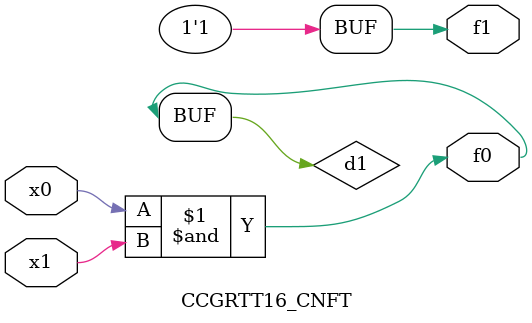
<source format=v>
module CCGRTT16_CNFT(
	input x0, x1,
	output f0, f1
);

	wire d1;

	assign f0 = d1;
	and (d1, x0, x1);
	assign f1 = 1'b1;
endmodule

</source>
